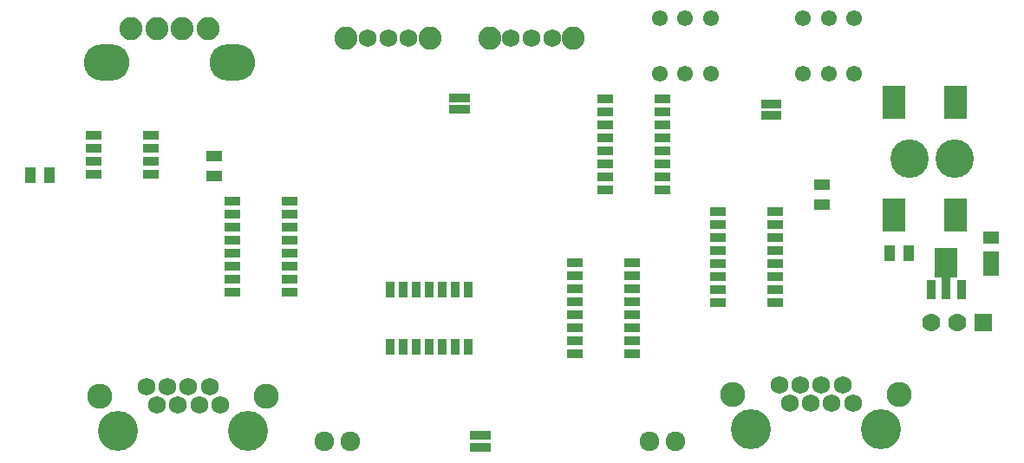
<source format=gts>
G04 (created by PCBNEW (2013-mar-13)-testing) date Tue 15 Oct 2013 19:00:41 BST*
%MOIN*%
G04 Gerber Fmt 3.4, Leading zero omitted, Abs format*
%FSLAX34Y34*%
G01*
G70*
G90*
G04 APERTURE LIST*
%ADD10C,0.005906*%
%ADD11O,0.175197X0.139764*%
%ADD12C,0.088583*%
%ADD13R,0.021643X0.035443*%
%ADD14C,0.068898*%
%ADD15R,0.059843X0.034843*%
%ADD16R,0.034843X0.059843*%
%ADD17C,0.075843*%
%ADD18R,0.064843X0.044843*%
%ADD19R,0.044843X0.064843*%
%ADD20C,0.153543*%
%ADD21C,0.068943*%
%ADD22C,0.096457*%
%ADD23R,0.037443X0.072843*%
%ADD24R,0.037443X0.092543*%
%ADD25R,0.088543X0.118143*%
%ADD26R,0.088583X0.127953*%
%ADD27C,0.147638*%
%ADD28R,0.064943X0.096443*%
%ADD29R,0.064943X0.045243*%
%ADD30R,0.069843X0.069843*%
%ADD31C,0.069843*%
%ADD32C,0.061024*%
G04 APERTURE END LIST*
G54D10*
G54D11*
X14074Y-7874D03*
G54D12*
X11181Y-6574D03*
X12165Y-6574D03*
X10196Y-6574D03*
X13149Y-6574D03*
G54D11*
X9271Y-7874D03*
G54D13*
X23917Y-22212D03*
X23720Y-22212D03*
X23523Y-22212D03*
X23326Y-22212D03*
X23326Y-22665D03*
X23523Y-22665D03*
X23720Y-22665D03*
X23917Y-22665D03*
X23129Y-9220D03*
X22932Y-9220D03*
X22735Y-9220D03*
X22538Y-9220D03*
X22538Y-9673D03*
X22735Y-9673D03*
X22932Y-9673D03*
X23129Y-9673D03*
X35098Y-9457D03*
X34901Y-9457D03*
X34704Y-9457D03*
X34507Y-9457D03*
X34507Y-9910D03*
X34704Y-9910D03*
X34901Y-9910D03*
X35098Y-9910D03*
G54D14*
X24803Y-6929D03*
X26377Y-6929D03*
G54D12*
X23976Y-6929D03*
X27204Y-6929D03*
G54D14*
X25590Y-6929D03*
X19291Y-6929D03*
X20866Y-6929D03*
G54D12*
X18464Y-6929D03*
X21692Y-6929D03*
G54D14*
X20078Y-6929D03*
G54D15*
X10942Y-12167D03*
X10942Y-11667D03*
X10942Y-11167D03*
X10942Y-10667D03*
X8742Y-10667D03*
X8742Y-11167D03*
X8742Y-11667D03*
X8742Y-12167D03*
X30627Y-12773D03*
X30627Y-12273D03*
X30627Y-11773D03*
X30627Y-11273D03*
X30627Y-10773D03*
X30627Y-10273D03*
X30627Y-9773D03*
X30627Y-9273D03*
X28427Y-9273D03*
X28427Y-9773D03*
X28427Y-10273D03*
X28427Y-10773D03*
X28427Y-11273D03*
X28427Y-11773D03*
X28427Y-12273D03*
X28427Y-12773D03*
X29446Y-19072D03*
X29446Y-18572D03*
X29446Y-18072D03*
X29446Y-17572D03*
X29446Y-17072D03*
X29446Y-16572D03*
X29446Y-16072D03*
X29446Y-15572D03*
X27246Y-15572D03*
X27246Y-16072D03*
X27246Y-16572D03*
X27246Y-17072D03*
X27246Y-17572D03*
X27246Y-18072D03*
X27246Y-18572D03*
X27246Y-19072D03*
X34958Y-17104D03*
X34958Y-16604D03*
X34958Y-16104D03*
X34958Y-15604D03*
X34958Y-15104D03*
X34958Y-14604D03*
X34958Y-14104D03*
X34958Y-13604D03*
X32758Y-13604D03*
X32758Y-14104D03*
X32758Y-14604D03*
X32758Y-15104D03*
X32758Y-15604D03*
X32758Y-16104D03*
X32758Y-16604D03*
X32758Y-17104D03*
X14096Y-13210D03*
X14096Y-13710D03*
X14096Y-14210D03*
X14096Y-14710D03*
X14096Y-15210D03*
X14096Y-15710D03*
X14096Y-16210D03*
X14096Y-16710D03*
X16296Y-16710D03*
X16296Y-16210D03*
X16296Y-15710D03*
X16296Y-15210D03*
X16296Y-14710D03*
X16296Y-14210D03*
X16296Y-13710D03*
X16296Y-13210D03*
G54D16*
X23153Y-16616D03*
X22653Y-16616D03*
X22153Y-16616D03*
X21653Y-16616D03*
X21153Y-16616D03*
X20653Y-16616D03*
X20153Y-16616D03*
X20153Y-18816D03*
X20653Y-18816D03*
X21153Y-18816D03*
X21653Y-18816D03*
X22153Y-18816D03*
X22653Y-18816D03*
X23153Y-18816D03*
G54D17*
X31129Y-22440D03*
X30129Y-22440D03*
X17610Y-22440D03*
X18610Y-22440D03*
G54D18*
X36771Y-13327D03*
X36771Y-12577D03*
G54D19*
X40099Y-15196D03*
X39349Y-15196D03*
X7067Y-12204D03*
X6317Y-12204D03*
G54D18*
X13385Y-12225D03*
X13385Y-11475D03*
G54D20*
X39035Y-21968D03*
X34035Y-21968D03*
G54D21*
X37940Y-20968D03*
X37539Y-20267D03*
X37137Y-20968D03*
X36736Y-20267D03*
X36334Y-20968D03*
X35933Y-20267D03*
X35531Y-20968D03*
X35129Y-20267D03*
G54D22*
X39736Y-20618D03*
X33334Y-20618D03*
G54D20*
X14704Y-22047D03*
X9704Y-22047D03*
G54D21*
X13610Y-21047D03*
X13208Y-20346D03*
X12807Y-21047D03*
X12405Y-20346D03*
X12003Y-21047D03*
X11602Y-20346D03*
X11200Y-21047D03*
X10799Y-20346D03*
G54D22*
X15405Y-20696D03*
X9003Y-20696D03*
G54D23*
X40944Y-16614D03*
G54D24*
X41535Y-16516D03*
G54D23*
X42126Y-16614D03*
G54D25*
X41535Y-15571D03*
G54D26*
X41889Y-9409D03*
X41889Y-13740D03*
X39527Y-13740D03*
X39527Y-9409D03*
G54D27*
X41850Y-11574D03*
X40118Y-11574D03*
G54D28*
X43267Y-15590D03*
G54D29*
X43267Y-14586D03*
G54D30*
X42958Y-17883D03*
G54D31*
X41958Y-17883D03*
X40958Y-17883D03*
G54D32*
X31505Y-8307D03*
X31505Y-6181D03*
X30521Y-8307D03*
X32490Y-8307D03*
X30521Y-6181D03*
X32490Y-6181D03*
X37007Y-8307D03*
X37007Y-6181D03*
X36023Y-8307D03*
X37992Y-8307D03*
X36023Y-6181D03*
X37992Y-6181D03*
M02*

</source>
